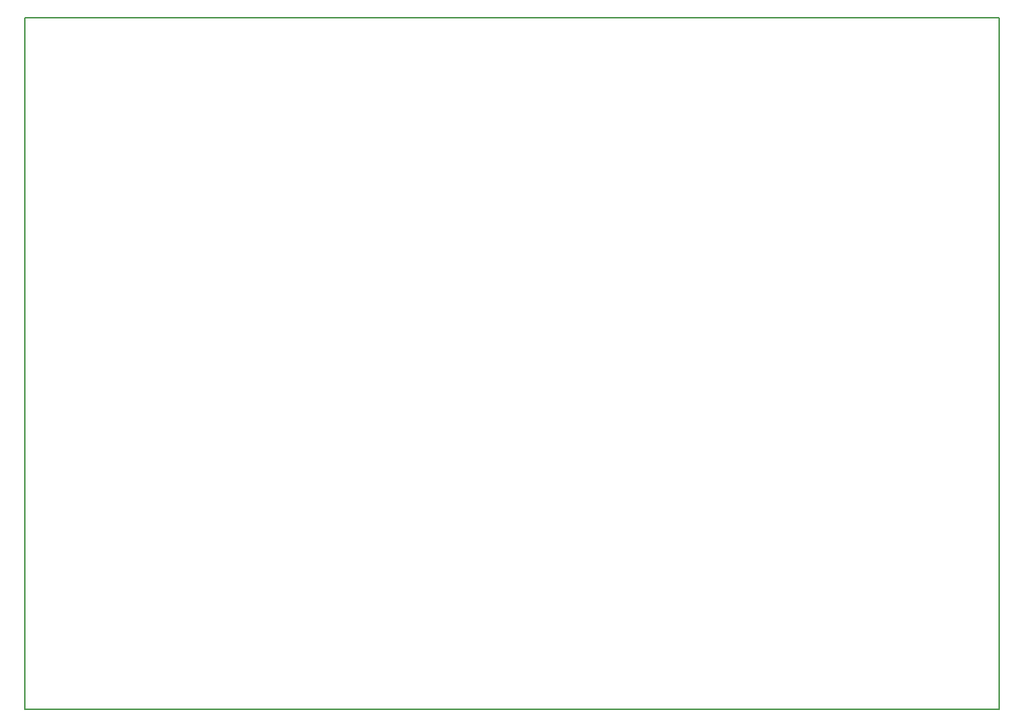
<source format=gbr>
G04 #@! TF.GenerationSoftware,KiCad,Pcbnew,(6.0.5)*
G04 #@! TF.CreationDate,2023-02-13T16:39:57+00:00*
G04 #@! TF.ProjectId,MyRetroWiFiModem,4d795265-7472-46f5-9769-46694d6f6465,1*
G04 #@! TF.SameCoordinates,Original*
G04 #@! TF.FileFunction,Legend,Bot*
G04 #@! TF.FilePolarity,Positive*
%FSLAX46Y46*%
G04 Gerber Fmt 4.6, Leading zero omitted, Abs format (unit mm)*
G04 Created by KiCad (PCBNEW (6.0.5)) date 2023-02-13 16:39:57*
%MOMM*%
%LPD*%
G01*
G04 APERTURE LIST*
G04 #@! TA.AperFunction,Profile*
%ADD10C,0.150000*%
G04 #@! TD*
G04 APERTURE END LIST*
D10*
X107950000Y-44450000D02*
X224155000Y-44450000D01*
X224155000Y-44450000D02*
X224155000Y-127000000D01*
X224155000Y-127000000D02*
X107950000Y-127000000D01*
X107950000Y-127000000D02*
X107950000Y-44450000D01*
M02*

</source>
